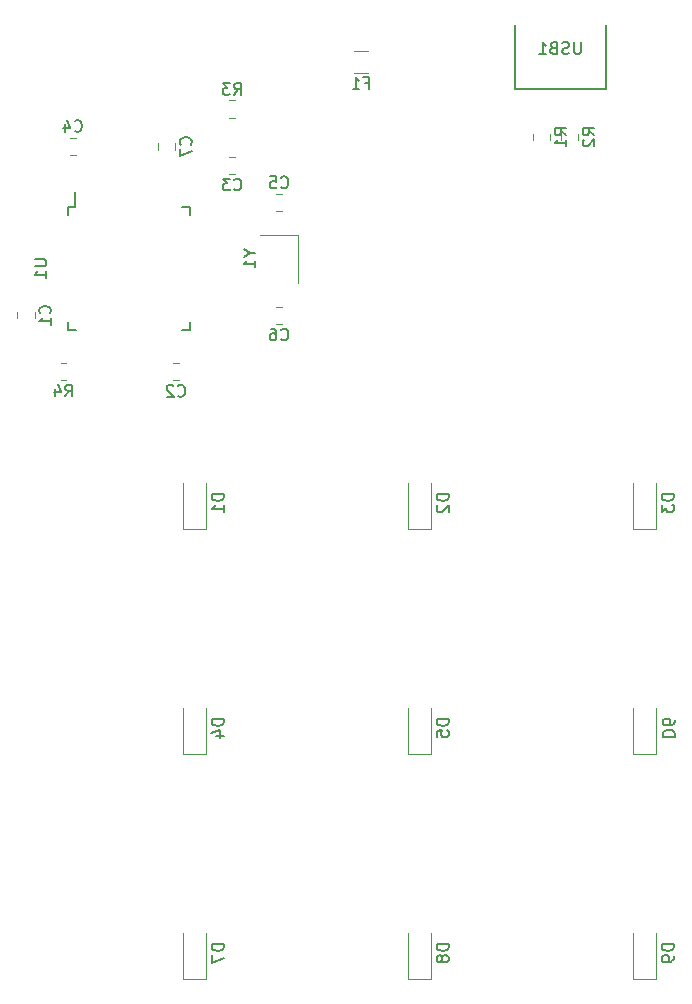
<source format=gbr>
%TF.GenerationSoftware,KiCad,Pcbnew,(5.1.9)-1*%
%TF.CreationDate,2021-02-16T20:32:59-07:00*%
%TF.ProjectId,keyboard_design_example,6b657962-6f61-4726-945f-64657369676e,rev?*%
%TF.SameCoordinates,Original*%
%TF.FileFunction,Legend,Bot*%
%TF.FilePolarity,Positive*%
%FSLAX46Y46*%
G04 Gerber Fmt 4.6, Leading zero omitted, Abs format (unit mm)*
G04 Created by KiCad (PCBNEW (5.1.9)-1) date 2021-02-16 20:32:59*
%MOMM*%
%LPD*%
G01*
G04 APERTURE LIST*
%ADD10C,0.150000*%
%ADD11C,0.120000*%
G04 APERTURE END LIST*
D10*
%TO.C,U1*%
X20006250Y-124206250D02*
X20006250Y-122931250D01*
X19431250Y-134556250D02*
X19431250Y-133881250D01*
X29781250Y-134556250D02*
X29781250Y-133881250D01*
X29781250Y-124206250D02*
X29781250Y-124881250D01*
X19431250Y-124206250D02*
X19431250Y-124881250D01*
X29781250Y-124206250D02*
X29106250Y-124206250D01*
X29781250Y-134556250D02*
X29106250Y-134556250D01*
X19431250Y-134556250D02*
X20106250Y-134556250D01*
X19431250Y-124206250D02*
X20006250Y-124206250D01*
D11*
%TO.C,D9*%
X69262500Y-189575000D02*
X69262500Y-185675000D01*
X67262500Y-189575000D02*
X67262500Y-185675000D01*
X69262500Y-189575000D02*
X67262500Y-189575000D01*
%TO.C,D8*%
X50212500Y-189575000D02*
X50212500Y-185675000D01*
X48212500Y-189575000D02*
X48212500Y-185675000D01*
X50212500Y-189575000D02*
X48212500Y-189575000D01*
%TO.C,D7*%
X31162500Y-189575000D02*
X31162500Y-185675000D01*
X29162500Y-189575000D02*
X29162500Y-185675000D01*
X31162500Y-189575000D02*
X29162500Y-189575000D01*
%TO.C,D6*%
X69262500Y-170525000D02*
X69262500Y-166625000D01*
X67262500Y-170525000D02*
X67262500Y-166625000D01*
X69262500Y-170525000D02*
X67262500Y-170525000D01*
%TO.C,D3*%
X69262500Y-151475000D02*
X69262500Y-147575000D01*
X67262500Y-151475000D02*
X67262500Y-147575000D01*
X69262500Y-151475000D02*
X67262500Y-151475000D01*
%TO.C,Y1*%
X38956250Y-126587500D02*
X38956250Y-130587500D01*
X35656250Y-126587500D02*
X38956250Y-126587500D01*
D10*
%TO.C,USB1*%
X57268750Y-108743750D02*
X57268750Y-114193750D01*
X64968750Y-108743750D02*
X64968750Y-114193750D01*
X57268750Y-114193750D02*
X64968750Y-114193750D01*
D11*
%TO.C,R4*%
X18822936Y-137377500D02*
X19277064Y-137377500D01*
X18822936Y-138847500D02*
X19277064Y-138847500D01*
%TO.C,R3*%
X33564564Y-116622500D02*
X33110436Y-116622500D01*
X33564564Y-115152500D02*
X33110436Y-115152500D01*
%TO.C,R2*%
X61177500Y-118495814D02*
X61177500Y-118041686D01*
X62647500Y-118495814D02*
X62647500Y-118041686D01*
%TO.C,R1*%
X58796250Y-118495814D02*
X58796250Y-118041686D01*
X60266250Y-118495814D02*
X60266250Y-118041686D01*
%TO.C,F1*%
X43660436Y-111008750D02*
X44864564Y-111008750D01*
X43660436Y-112828750D02*
X44864564Y-112828750D01*
%TO.C,D5*%
X50212500Y-170525000D02*
X50212500Y-166625000D01*
X48212500Y-170525000D02*
X48212500Y-166625000D01*
X50212500Y-170525000D02*
X48212500Y-170525000D01*
%TO.C,D4*%
X31162500Y-170525000D02*
X31162500Y-166625000D01*
X29162500Y-170525000D02*
X29162500Y-166625000D01*
X31162500Y-170525000D02*
X29162500Y-170525000D01*
%TO.C,D2*%
X50212500Y-151475000D02*
X50212500Y-147575000D01*
X48212500Y-151475000D02*
X48212500Y-147575000D01*
X50212500Y-151475000D02*
X48212500Y-151475000D01*
%TO.C,D1*%
X31162500Y-151475000D02*
X31162500Y-147575000D01*
X29162500Y-151475000D02*
X29162500Y-147575000D01*
X31162500Y-151475000D02*
X29162500Y-151475000D01*
%TO.C,C7*%
X27046250Y-119323752D02*
X27046250Y-118801248D01*
X28516250Y-119323752D02*
X28516250Y-118801248D01*
%TO.C,C6*%
X37044998Y-132615000D02*
X37567502Y-132615000D01*
X37044998Y-134085000D02*
X37567502Y-134085000D01*
%TO.C,C5*%
X37567502Y-124560000D02*
X37044998Y-124560000D01*
X37567502Y-123090000D02*
X37044998Y-123090000D01*
%TO.C,C4*%
X20105002Y-119797500D02*
X19582498Y-119797500D01*
X20105002Y-118327500D02*
X19582498Y-118327500D01*
%TO.C,C3*%
X33076248Y-119915000D02*
X33598752Y-119915000D01*
X33076248Y-121385000D02*
X33598752Y-121385000D01*
%TO.C,C2*%
X28313748Y-137377500D02*
X28836252Y-137377500D01*
X28313748Y-138847500D02*
X28836252Y-138847500D01*
%TO.C,C1*%
X15140000Y-133611252D02*
X15140000Y-133088748D01*
X16610000Y-133611252D02*
X16610000Y-133088748D01*
%TO.C,U1*%
D10*
X16608630Y-128619345D02*
X17418154Y-128619345D01*
X17513392Y-128666964D01*
X17561011Y-128714583D01*
X17608630Y-128809821D01*
X17608630Y-129000297D01*
X17561011Y-129095535D01*
X17513392Y-129143154D01*
X17418154Y-129190773D01*
X16608630Y-129190773D01*
X17608630Y-130190773D02*
X17608630Y-129619345D01*
X17608630Y-129905059D02*
X16608630Y-129905059D01*
X16751488Y-129809821D01*
X16846726Y-129714583D01*
X16894345Y-129619345D01*
%TO.C,D9*%
X70714880Y-186586904D02*
X69714880Y-186586904D01*
X69714880Y-186825000D01*
X69762500Y-186967857D01*
X69857738Y-187063095D01*
X69952976Y-187110714D01*
X70143452Y-187158333D01*
X70286309Y-187158333D01*
X70476785Y-187110714D01*
X70572023Y-187063095D01*
X70667261Y-186967857D01*
X70714880Y-186825000D01*
X70714880Y-186586904D01*
X70714880Y-187634523D02*
X70714880Y-187825000D01*
X70667261Y-187920238D01*
X70619642Y-187967857D01*
X70476785Y-188063095D01*
X70286309Y-188110714D01*
X69905357Y-188110714D01*
X69810119Y-188063095D01*
X69762500Y-188015476D01*
X69714880Y-187920238D01*
X69714880Y-187729761D01*
X69762500Y-187634523D01*
X69810119Y-187586904D01*
X69905357Y-187539285D01*
X70143452Y-187539285D01*
X70238690Y-187586904D01*
X70286309Y-187634523D01*
X70333928Y-187729761D01*
X70333928Y-187920238D01*
X70286309Y-188015476D01*
X70238690Y-188063095D01*
X70143452Y-188110714D01*
%TO.C,D8*%
X51664880Y-186586904D02*
X50664880Y-186586904D01*
X50664880Y-186825000D01*
X50712500Y-186967857D01*
X50807738Y-187063095D01*
X50902976Y-187110714D01*
X51093452Y-187158333D01*
X51236309Y-187158333D01*
X51426785Y-187110714D01*
X51522023Y-187063095D01*
X51617261Y-186967857D01*
X51664880Y-186825000D01*
X51664880Y-186586904D01*
X51093452Y-187729761D02*
X51045833Y-187634523D01*
X50998214Y-187586904D01*
X50902976Y-187539285D01*
X50855357Y-187539285D01*
X50760119Y-187586904D01*
X50712500Y-187634523D01*
X50664880Y-187729761D01*
X50664880Y-187920238D01*
X50712500Y-188015476D01*
X50760119Y-188063095D01*
X50855357Y-188110714D01*
X50902976Y-188110714D01*
X50998214Y-188063095D01*
X51045833Y-188015476D01*
X51093452Y-187920238D01*
X51093452Y-187729761D01*
X51141071Y-187634523D01*
X51188690Y-187586904D01*
X51283928Y-187539285D01*
X51474404Y-187539285D01*
X51569642Y-187586904D01*
X51617261Y-187634523D01*
X51664880Y-187729761D01*
X51664880Y-187920238D01*
X51617261Y-188015476D01*
X51569642Y-188063095D01*
X51474404Y-188110714D01*
X51283928Y-188110714D01*
X51188690Y-188063095D01*
X51141071Y-188015476D01*
X51093452Y-187920238D01*
%TO.C,D7*%
X32614880Y-186586904D02*
X31614880Y-186586904D01*
X31614880Y-186825000D01*
X31662500Y-186967857D01*
X31757738Y-187063095D01*
X31852976Y-187110714D01*
X32043452Y-187158333D01*
X32186309Y-187158333D01*
X32376785Y-187110714D01*
X32472023Y-187063095D01*
X32567261Y-186967857D01*
X32614880Y-186825000D01*
X32614880Y-186586904D01*
X31614880Y-187491666D02*
X31614880Y-188158333D01*
X32614880Y-187729761D01*
%TO.C,D6*%
X69810119Y-169013095D02*
X70810119Y-169013095D01*
X70810119Y-168775000D01*
X70762500Y-168632142D01*
X70667261Y-168536904D01*
X70572023Y-168489285D01*
X70381547Y-168441666D01*
X70238690Y-168441666D01*
X70048214Y-168489285D01*
X69952976Y-168536904D01*
X69857738Y-168632142D01*
X69810119Y-168775000D01*
X69810119Y-169013095D01*
X70810119Y-167584523D02*
X70810119Y-167775000D01*
X70762500Y-167870238D01*
X70714880Y-167917857D01*
X70572023Y-168013095D01*
X70381547Y-168060714D01*
X70000595Y-168060714D01*
X69905357Y-168013095D01*
X69857738Y-167965476D01*
X69810119Y-167870238D01*
X69810119Y-167679761D01*
X69857738Y-167584523D01*
X69905357Y-167536904D01*
X70000595Y-167489285D01*
X70238690Y-167489285D01*
X70333928Y-167536904D01*
X70381547Y-167584523D01*
X70429166Y-167679761D01*
X70429166Y-167870238D01*
X70381547Y-167965476D01*
X70333928Y-168013095D01*
X70238690Y-168060714D01*
%TO.C,D3*%
X70714880Y-148486904D02*
X69714880Y-148486904D01*
X69714880Y-148725000D01*
X69762500Y-148867857D01*
X69857738Y-148963095D01*
X69952976Y-149010714D01*
X70143452Y-149058333D01*
X70286309Y-149058333D01*
X70476785Y-149010714D01*
X70572023Y-148963095D01*
X70667261Y-148867857D01*
X70714880Y-148725000D01*
X70714880Y-148486904D01*
X69714880Y-149391666D02*
X69714880Y-150010714D01*
X70095833Y-149677380D01*
X70095833Y-149820238D01*
X70143452Y-149915476D01*
X70191071Y-149963095D01*
X70286309Y-150010714D01*
X70524404Y-150010714D01*
X70619642Y-149963095D01*
X70667261Y-149915476D01*
X70714880Y-149820238D01*
X70714880Y-149534523D01*
X70667261Y-149439285D01*
X70619642Y-149391666D01*
%TO.C,Y1*%
X34832440Y-128111309D02*
X35308630Y-128111309D01*
X34308630Y-127777976D02*
X34832440Y-128111309D01*
X34308630Y-128444642D01*
X35308630Y-129301785D02*
X35308630Y-128730357D01*
X35308630Y-129016071D02*
X34308630Y-129016071D01*
X34451488Y-128920833D01*
X34546726Y-128825595D01*
X34594345Y-128730357D01*
%TO.C,USB1*%
X62856845Y-110228130D02*
X62856845Y-111037654D01*
X62809226Y-111132892D01*
X62761607Y-111180511D01*
X62666369Y-111228130D01*
X62475892Y-111228130D01*
X62380654Y-111180511D01*
X62333035Y-111132892D01*
X62285416Y-111037654D01*
X62285416Y-110228130D01*
X61856845Y-111180511D02*
X61713988Y-111228130D01*
X61475892Y-111228130D01*
X61380654Y-111180511D01*
X61333035Y-111132892D01*
X61285416Y-111037654D01*
X61285416Y-110942416D01*
X61333035Y-110847178D01*
X61380654Y-110799559D01*
X61475892Y-110751940D01*
X61666369Y-110704321D01*
X61761607Y-110656702D01*
X61809226Y-110609083D01*
X61856845Y-110513845D01*
X61856845Y-110418607D01*
X61809226Y-110323369D01*
X61761607Y-110275750D01*
X61666369Y-110228130D01*
X61428273Y-110228130D01*
X61285416Y-110275750D01*
X60523511Y-110704321D02*
X60380654Y-110751940D01*
X60333035Y-110799559D01*
X60285416Y-110894797D01*
X60285416Y-111037654D01*
X60333035Y-111132892D01*
X60380654Y-111180511D01*
X60475892Y-111228130D01*
X60856845Y-111228130D01*
X60856845Y-110228130D01*
X60523511Y-110228130D01*
X60428273Y-110275750D01*
X60380654Y-110323369D01*
X60333035Y-110418607D01*
X60333035Y-110513845D01*
X60380654Y-110609083D01*
X60428273Y-110656702D01*
X60523511Y-110704321D01*
X60856845Y-110704321D01*
X59333035Y-111228130D02*
X59904464Y-111228130D01*
X59618750Y-111228130D02*
X59618750Y-110228130D01*
X59713988Y-110370988D01*
X59809226Y-110466226D01*
X59904464Y-110513845D01*
%TO.C,R4*%
X19216666Y-140214880D02*
X19550000Y-139738690D01*
X19788095Y-140214880D02*
X19788095Y-139214880D01*
X19407142Y-139214880D01*
X19311904Y-139262500D01*
X19264285Y-139310119D01*
X19216666Y-139405357D01*
X19216666Y-139548214D01*
X19264285Y-139643452D01*
X19311904Y-139691071D01*
X19407142Y-139738690D01*
X19788095Y-139738690D01*
X18359523Y-139548214D02*
X18359523Y-140214880D01*
X18597619Y-139167261D02*
X18835714Y-139881547D01*
X18216666Y-139881547D01*
%TO.C,R3*%
X33504166Y-114689880D02*
X33837500Y-114213690D01*
X34075595Y-114689880D02*
X34075595Y-113689880D01*
X33694642Y-113689880D01*
X33599404Y-113737500D01*
X33551785Y-113785119D01*
X33504166Y-113880357D01*
X33504166Y-114023214D01*
X33551785Y-114118452D01*
X33599404Y-114166071D01*
X33694642Y-114213690D01*
X34075595Y-114213690D01*
X33170833Y-113689880D02*
X32551785Y-113689880D01*
X32885119Y-114070833D01*
X32742261Y-114070833D01*
X32647023Y-114118452D01*
X32599404Y-114166071D01*
X32551785Y-114261309D01*
X32551785Y-114499404D01*
X32599404Y-114594642D01*
X32647023Y-114642261D01*
X32742261Y-114689880D01*
X33027976Y-114689880D01*
X33123214Y-114642261D01*
X33170833Y-114594642D01*
%TO.C,R2*%
X64014880Y-118102083D02*
X63538690Y-117768750D01*
X64014880Y-117530654D02*
X63014880Y-117530654D01*
X63014880Y-117911607D01*
X63062500Y-118006845D01*
X63110119Y-118054464D01*
X63205357Y-118102083D01*
X63348214Y-118102083D01*
X63443452Y-118054464D01*
X63491071Y-118006845D01*
X63538690Y-117911607D01*
X63538690Y-117530654D01*
X63110119Y-118483035D02*
X63062500Y-118530654D01*
X63014880Y-118625892D01*
X63014880Y-118863988D01*
X63062500Y-118959226D01*
X63110119Y-119006845D01*
X63205357Y-119054464D01*
X63300595Y-119054464D01*
X63443452Y-119006845D01*
X64014880Y-118435416D01*
X64014880Y-119054464D01*
%TO.C,R1*%
X61633630Y-118102083D02*
X61157440Y-117768750D01*
X61633630Y-117530654D02*
X60633630Y-117530654D01*
X60633630Y-117911607D01*
X60681250Y-118006845D01*
X60728869Y-118054464D01*
X60824107Y-118102083D01*
X60966964Y-118102083D01*
X61062202Y-118054464D01*
X61109821Y-118006845D01*
X61157440Y-117911607D01*
X61157440Y-117530654D01*
X61633630Y-119054464D02*
X61633630Y-118483035D01*
X61633630Y-118768750D02*
X60633630Y-118768750D01*
X60776488Y-118673511D01*
X60871726Y-118578273D01*
X60919345Y-118483035D01*
%TO.C,F1*%
X44595833Y-113667321D02*
X44929166Y-113667321D01*
X44929166Y-114191130D02*
X44929166Y-113191130D01*
X44452976Y-113191130D01*
X43548214Y-114191130D02*
X44119642Y-114191130D01*
X43833928Y-114191130D02*
X43833928Y-113191130D01*
X43929166Y-113333988D01*
X44024404Y-113429226D01*
X44119642Y-113476845D01*
%TO.C,D5*%
X51664880Y-167536904D02*
X50664880Y-167536904D01*
X50664880Y-167775000D01*
X50712500Y-167917857D01*
X50807738Y-168013095D01*
X50902976Y-168060714D01*
X51093452Y-168108333D01*
X51236309Y-168108333D01*
X51426785Y-168060714D01*
X51522023Y-168013095D01*
X51617261Y-167917857D01*
X51664880Y-167775000D01*
X51664880Y-167536904D01*
X50664880Y-169013095D02*
X50664880Y-168536904D01*
X51141071Y-168489285D01*
X51093452Y-168536904D01*
X51045833Y-168632142D01*
X51045833Y-168870238D01*
X51093452Y-168965476D01*
X51141071Y-169013095D01*
X51236309Y-169060714D01*
X51474404Y-169060714D01*
X51569642Y-169013095D01*
X51617261Y-168965476D01*
X51664880Y-168870238D01*
X51664880Y-168632142D01*
X51617261Y-168536904D01*
X51569642Y-168489285D01*
%TO.C,D4*%
X32614880Y-167536904D02*
X31614880Y-167536904D01*
X31614880Y-167775000D01*
X31662500Y-167917857D01*
X31757738Y-168013095D01*
X31852976Y-168060714D01*
X32043452Y-168108333D01*
X32186309Y-168108333D01*
X32376785Y-168060714D01*
X32472023Y-168013095D01*
X32567261Y-167917857D01*
X32614880Y-167775000D01*
X32614880Y-167536904D01*
X31948214Y-168965476D02*
X32614880Y-168965476D01*
X31567261Y-168727380D02*
X32281547Y-168489285D01*
X32281547Y-169108333D01*
%TO.C,D2*%
X51664880Y-148486904D02*
X50664880Y-148486904D01*
X50664880Y-148725000D01*
X50712500Y-148867857D01*
X50807738Y-148963095D01*
X50902976Y-149010714D01*
X51093452Y-149058333D01*
X51236309Y-149058333D01*
X51426785Y-149010714D01*
X51522023Y-148963095D01*
X51617261Y-148867857D01*
X51664880Y-148725000D01*
X51664880Y-148486904D01*
X50760119Y-149439285D02*
X50712500Y-149486904D01*
X50664880Y-149582142D01*
X50664880Y-149820238D01*
X50712500Y-149915476D01*
X50760119Y-149963095D01*
X50855357Y-150010714D01*
X50950595Y-150010714D01*
X51093452Y-149963095D01*
X51664880Y-149391666D01*
X51664880Y-150010714D01*
%TO.C,D1*%
X32614880Y-148486904D02*
X31614880Y-148486904D01*
X31614880Y-148725000D01*
X31662500Y-148867857D01*
X31757738Y-148963095D01*
X31852976Y-149010714D01*
X32043452Y-149058333D01*
X32186309Y-149058333D01*
X32376785Y-149010714D01*
X32472023Y-148963095D01*
X32567261Y-148867857D01*
X32614880Y-148725000D01*
X32614880Y-148486904D01*
X32614880Y-150010714D02*
X32614880Y-149439285D01*
X32614880Y-149725000D02*
X31614880Y-149725000D01*
X31757738Y-149629761D01*
X31852976Y-149534523D01*
X31900595Y-149439285D01*
%TO.C,C7*%
X29818392Y-118895833D02*
X29866011Y-118848214D01*
X29913630Y-118705357D01*
X29913630Y-118610119D01*
X29866011Y-118467261D01*
X29770773Y-118372023D01*
X29675535Y-118324404D01*
X29485059Y-118276785D01*
X29342202Y-118276785D01*
X29151726Y-118324404D01*
X29056488Y-118372023D01*
X28961250Y-118467261D01*
X28913630Y-118610119D01*
X28913630Y-118705357D01*
X28961250Y-118848214D01*
X29008869Y-118895833D01*
X28913630Y-119229166D02*
X28913630Y-119895833D01*
X29913630Y-119467261D01*
%TO.C,C6*%
X37472916Y-135387142D02*
X37520535Y-135434761D01*
X37663392Y-135482380D01*
X37758630Y-135482380D01*
X37901488Y-135434761D01*
X37996726Y-135339523D01*
X38044345Y-135244285D01*
X38091964Y-135053809D01*
X38091964Y-134910952D01*
X38044345Y-134720476D01*
X37996726Y-134625238D01*
X37901488Y-134530000D01*
X37758630Y-134482380D01*
X37663392Y-134482380D01*
X37520535Y-134530000D01*
X37472916Y-134577619D01*
X36615773Y-134482380D02*
X36806250Y-134482380D01*
X36901488Y-134530000D01*
X36949107Y-134577619D01*
X37044345Y-134720476D01*
X37091964Y-134910952D01*
X37091964Y-135291904D01*
X37044345Y-135387142D01*
X36996726Y-135434761D01*
X36901488Y-135482380D01*
X36711011Y-135482380D01*
X36615773Y-135434761D01*
X36568154Y-135387142D01*
X36520535Y-135291904D01*
X36520535Y-135053809D01*
X36568154Y-134958571D01*
X36615773Y-134910952D01*
X36711011Y-134863333D01*
X36901488Y-134863333D01*
X36996726Y-134910952D01*
X37044345Y-134958571D01*
X37091964Y-135053809D01*
%TO.C,C5*%
X37472916Y-122502142D02*
X37520535Y-122549761D01*
X37663392Y-122597380D01*
X37758630Y-122597380D01*
X37901488Y-122549761D01*
X37996726Y-122454523D01*
X38044345Y-122359285D01*
X38091964Y-122168809D01*
X38091964Y-122025952D01*
X38044345Y-121835476D01*
X37996726Y-121740238D01*
X37901488Y-121645000D01*
X37758630Y-121597380D01*
X37663392Y-121597380D01*
X37520535Y-121645000D01*
X37472916Y-121692619D01*
X36568154Y-121597380D02*
X37044345Y-121597380D01*
X37091964Y-122073571D01*
X37044345Y-122025952D01*
X36949107Y-121978333D01*
X36711011Y-121978333D01*
X36615773Y-122025952D01*
X36568154Y-122073571D01*
X36520535Y-122168809D01*
X36520535Y-122406904D01*
X36568154Y-122502142D01*
X36615773Y-122549761D01*
X36711011Y-122597380D01*
X36949107Y-122597380D01*
X37044345Y-122549761D01*
X37091964Y-122502142D01*
%TO.C,C4*%
X20010416Y-117739642D02*
X20058035Y-117787261D01*
X20200892Y-117834880D01*
X20296130Y-117834880D01*
X20438988Y-117787261D01*
X20534226Y-117692023D01*
X20581845Y-117596785D01*
X20629464Y-117406309D01*
X20629464Y-117263452D01*
X20581845Y-117072976D01*
X20534226Y-116977738D01*
X20438988Y-116882500D01*
X20296130Y-116834880D01*
X20200892Y-116834880D01*
X20058035Y-116882500D01*
X20010416Y-116930119D01*
X19153273Y-117168214D02*
X19153273Y-117834880D01*
X19391369Y-116787261D02*
X19629464Y-117501547D01*
X19010416Y-117501547D01*
%TO.C,C3*%
X33504166Y-122687142D02*
X33551785Y-122734761D01*
X33694642Y-122782380D01*
X33789880Y-122782380D01*
X33932738Y-122734761D01*
X34027976Y-122639523D01*
X34075595Y-122544285D01*
X34123214Y-122353809D01*
X34123214Y-122210952D01*
X34075595Y-122020476D01*
X34027976Y-121925238D01*
X33932738Y-121830000D01*
X33789880Y-121782380D01*
X33694642Y-121782380D01*
X33551785Y-121830000D01*
X33504166Y-121877619D01*
X33170833Y-121782380D02*
X32551785Y-121782380D01*
X32885119Y-122163333D01*
X32742261Y-122163333D01*
X32647023Y-122210952D01*
X32599404Y-122258571D01*
X32551785Y-122353809D01*
X32551785Y-122591904D01*
X32599404Y-122687142D01*
X32647023Y-122734761D01*
X32742261Y-122782380D01*
X33027976Y-122782380D01*
X33123214Y-122734761D01*
X33170833Y-122687142D01*
%TO.C,C2*%
X28741666Y-140149642D02*
X28789285Y-140197261D01*
X28932142Y-140244880D01*
X29027380Y-140244880D01*
X29170238Y-140197261D01*
X29265476Y-140102023D01*
X29313095Y-140006785D01*
X29360714Y-139816309D01*
X29360714Y-139673452D01*
X29313095Y-139482976D01*
X29265476Y-139387738D01*
X29170238Y-139292500D01*
X29027380Y-139244880D01*
X28932142Y-139244880D01*
X28789285Y-139292500D01*
X28741666Y-139340119D01*
X28360714Y-139340119D02*
X28313095Y-139292500D01*
X28217857Y-139244880D01*
X27979761Y-139244880D01*
X27884523Y-139292500D01*
X27836904Y-139340119D01*
X27789285Y-139435357D01*
X27789285Y-139530595D01*
X27836904Y-139673452D01*
X28408333Y-140244880D01*
X27789285Y-140244880D01*
%TO.C,C1*%
X17912142Y-133183333D02*
X17959761Y-133135714D01*
X18007380Y-132992857D01*
X18007380Y-132897619D01*
X17959761Y-132754761D01*
X17864523Y-132659523D01*
X17769285Y-132611904D01*
X17578809Y-132564285D01*
X17435952Y-132564285D01*
X17245476Y-132611904D01*
X17150238Y-132659523D01*
X17055000Y-132754761D01*
X17007380Y-132897619D01*
X17007380Y-132992857D01*
X17055000Y-133135714D01*
X17102619Y-133183333D01*
X18007380Y-134135714D02*
X18007380Y-133564285D01*
X18007380Y-133850000D02*
X17007380Y-133850000D01*
X17150238Y-133754761D01*
X17245476Y-133659523D01*
X17293095Y-133564285D01*
%TD*%
M02*

</source>
